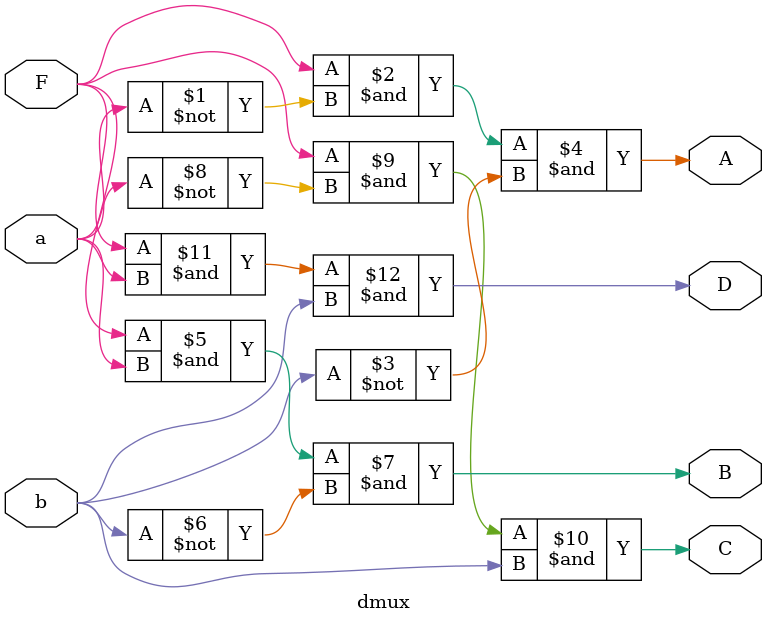
<source format=v>
`timescale 1ns / 1ps

module dmux(
    input a, b, F,
    output A, B, C, D
    );

    assign A = (F&~a&~b);
    assign B = (F&a&~b);
    assign C = (F&~a&b);
    assign D = (F&a&b);
    
endmodule
</source>
